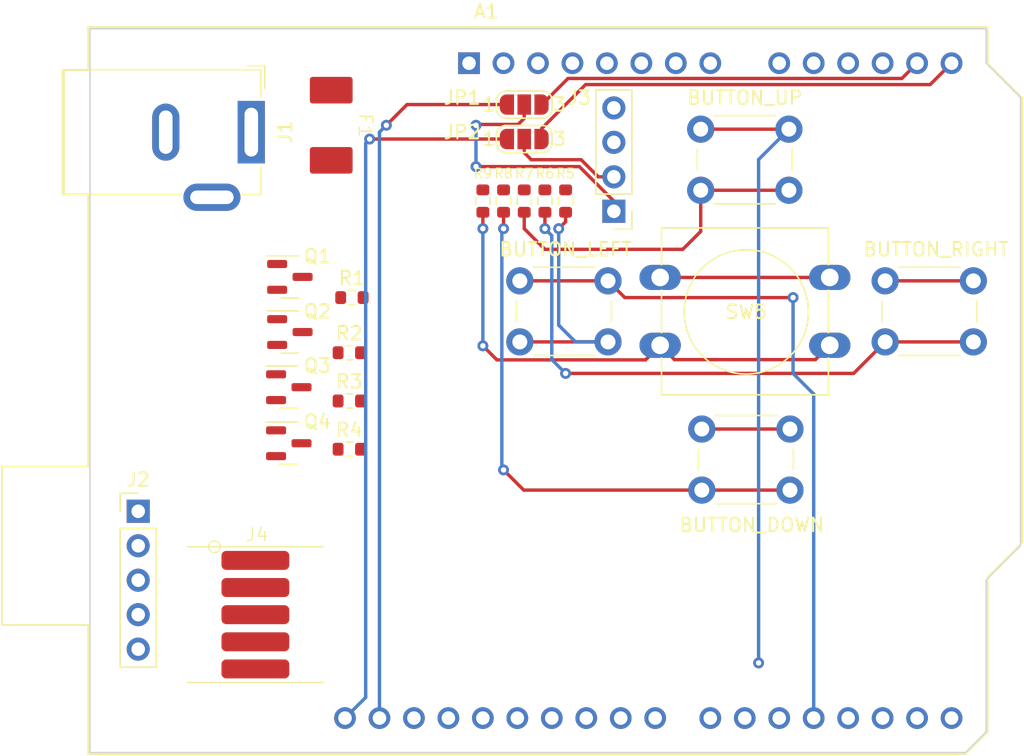
<source format=kicad_pcb>
(kicad_pcb (version 20221018) (generator pcbnew)
  (layers (0 "F.Cu" signal) (31 "B.Cu" signal) (34 "B.Paste" user) (35 "F.Paste" user) (36 "B.SilkS" user "B.Silkscreen") (37 "F.SilkS" user "F.Silkscreen") (38 "B.Mask" user) (39 "F.Mask" user) (44 "Edge.Cuts" user))
  (net 0 "")
  (net 5 "+5V")
  (net 6 "GND")
  (net 7 "+12V")
  (net 8 "/SDA_A4")
  (net 9 "/OUTPUT_WHITE")
  (net 12 "/SCL_A5")
  (net 13 "/D3_RED")
  (net 17 "/D5_GREEN")
  (net 18 "/OUTPUT_BLUE")
  (net 19 "/D6_BLUE")
  (net 20 "/D9_WHITE")
  (net 21 "/OUTPUT_GREEN")
  (net 22 "/OUTPUT_RED")
  (net 23 "/SDA_D14")
  (net 28 "/SCL_D15")
  (net 30 "/SDA")
  (net 31 "/SCL")
  (net 32 "Net-(F1-Pad2)")
  (net 33 "Net-(Q1-G)")
  (net 34 "Net-(Q2-G)")
  (net 35 "Net-(Q3-G)")
  (net 36 "Net-(Q4-G)")
  (net 37 "Net-(SW1A-B)")
  (net 38 "Net-(SW2A-B)")
  (net 39 "Net-(SW3A-B)")
  (net 40 "Net-(SW4A-B)")
  (net 41 "Net-(SW5A-B)")
  (net 42 "/BUTTON_LEFT")
  (net 43 "/BUTTON_RIGHT")
  (net 44 "/BUTTON_UP")
  (net 45 "/BUTTON_DOWN")
  (net 46 "/BUTTON_BIG")
  (footprint "Resistor_SMD:R_0603_1608Metric" (layer "F.Cu") (at 118.872 88.9 90)
    (fp_text reference "R5" (at 2.032 0 180) (layer "F.SilkS") (effects (font (size 0.7 0.7) (thickness 0.1))))
    (fp_text value "10k")
    (fp_line (start -0.237258 -0.5225) (end 0.237258 -0.5225) (stroke (width 0.12)) (layer "F.SilkS"))
    (fp_line (start -0.237258 0.5225) (end 0.237258 0.5225) (stroke (width 0.12)) (layer "F.SilkS"))
    (pad "1" smd roundrect (at -0.825 0 90) (size 0.8 0.95) (layers "F.Cu" "F.Paste" "F.Mask") (net 37 "Net-(SW1A-B)"))
    (pad "2" smd roundrect (at 0.825 0 90) (size 0.8 0.95) (layers "F.Cu" "F.Paste" "F.Mask") (net 6 "GND"))
  )
  (footprint "Resistor_SMD:R_0603_1608Metric" (layer "F.Cu") (at 112.776 88.9 90)
    (fp_text reference "R9" (at 2.032 0 180) (layer "F.SilkS") (effects (font (size 0.7 0.7) (thickness 0.1))))
    (fp_text value "10k")
    (fp_line (start -0.237258 -0.5225) (end 0.237258 -0.5225) (stroke (width 0.12)) (layer "F.SilkS"))
    (fp_line (start -0.237258 0.5225) (end 0.237258 0.5225) (stroke (width 0.12)) (layer "F.SilkS"))
    (pad "1" smd roundrect (at -0.825 0 90) (size 0.8 0.95) (layers "F.Cu" "F.Paste" "F.Mask") (net 41 "Net-(SW5A-B)"))
    (pad "2" smd roundrect (at 0.825 0 90) (size 0.8 0.95) (layers "F.Cu" "F.Paste" "F.Mask") (net 6 "GND"))
  )
  (footprint "Jumper:SolderJumper-3_P1.3mm_Open_RoundedPad1.0x1.5mm_NumberLabels" (layer "F.Cu") (at 115.824 81.788)
    (fp_text reference "JP1" (at -4.572 -0.508) (layer "F.SilkS"))
    (fp_text value "SolderJumper_3_Open")
    (fp_text user "3" (at 2.6 0) (layer "F.SilkS"))
    (fp_text user "1" (at -2.6 0) (layer "F.SilkS"))
    (fp_line (start -2.05 0.3) (end -2.05 -0.3) (stroke (width 0.12)) (layer "F.SilkS"))
    (fp_line (start -1.4 -1) (end 1.4 -1) (stroke (width 0.12)) (layer "F.SilkS"))
    (fp_line (start 1.4 1) (end -1.4 1) (stroke (width 0.12)) (layer "F.SilkS"))
    (fp_line (start 2.05 -0.3) (end 2.05 0.3) (stroke (width 0.12)) (layer "F.SilkS"))
    (fp_arc (start -2.05 -0.3) (mid -1.844975 -0.794975) (end -1.35 -1) (stroke (width 0.12)) (layer "F.SilkS"))
    (fp_arc (start -1.35 1) (mid -1.844975 0.794975) (end -2.05 0.3) (stroke (width 0.12)) (layer "F.SilkS"))
    (fp_arc (start 1.35 -1) (mid 1.844975 -0.794975) (end 2.05 -0.3) (stroke (width 0.12)) (layer "F.SilkS"))
    (fp_arc (start 2.05 0.3) (mid 1.844975 0.794975) (end 1.35 1) (stroke (width 0.12)) (layer "F.SilkS"))
    (pad "1" smd custom (at -1.3 0) (size 1 0.5) (layers "F.Cu" "F.Mask") (net 23 "/SDA_D14") (options (clearance outline) (anchor rect)) (primitives (gr_circle (center 0 0.25) (end 0.5 0.25) (width 0) (fill yes)) (gr_circle (center 0 -0.25) (end 0.5 -0.25) (width 0) (fill yes)) (gr_poly (pts (xy 0.55 0.75) (xy 0 0.75) (xy 0 -0.75) (xy 0.55 -0.75)) (width 0) (fill yes))))
    (pad "2" smd rect (at 0 0) (size 1 1.5) (layers "F.Cu" "F.Mask") (net 30 "/SDA"))
    (pad "3" smd custom (at 1.3 0) (size 1 0.5) (layers "F.Cu" "F.Mask") (net 8 "/SDA_A4") (options (clearance outline) (anchor rect)) (primitives (gr_circle (center 0 0.25) (end 0.5 0.25) (width 0) (fill yes)) (gr_circle (center 0 -0.25) (end 0.5 -0.25) (width 0) (fill yes)) (gr_poly (pts (xy 0 0.75) (xy -0.55 0.75) (xy -0.55 -0.75) (xy 0 -0.75)) (width 0) (fill yes))))
  )
  (footprint "Package_TO_SOT_SMD:SOT-23" (layer "F.Cu") (at 98.552 98.552)
    (fp_text reference "Q2" (at 2.032 -1.524) (layer "F.SilkS"))
    (fp_text value "SI2312BDS-T1-GE3")
    (fp_line (start 0 -1.56) (end -1.675 -1.56) (stroke (width 0.12)) (layer "F.SilkS"))
    (fp_line (start 0 -1.56) (end 0.65 -1.56) (stroke (width 0.12)) (layer "F.SilkS"))
    (fp_line (start 0 1.56) (end -0.65 1.56) (stroke (width 0.12)) (layer "F.SilkS"))
    (fp_line (start 0 1.56) (end 0.65 1.56) (stroke (width 0.12)) (layer "F.SilkS"))
    (pad "1" smd roundrect (at -0.9375 -0.95) (size 1.475 0.6) (layers "F.Cu" "F.Paste" "F.Mask") (net 21 "/OUTPUT_GREEN"))
    (pad "2" smd roundrect (at -0.9375 0.95) (size 1.475 0.6) (layers "F.Cu" "F.Paste" "F.Mask") (net 34 "Net-(Q2-G)"))
    (pad "3" smd roundrect (at 0.9375 0) (size 1.475 0.6) (layers "F.Cu" "F.Paste" "F.Mask") (net 6 "GND"))
  )
  (footprint "Button_Switch_THT:SW_PUSH_6mm" (layer "F.Cu") (at 128.909 105.7)
    (fp_text reference "SW4" hide)
    (fp_text value "BUTTON_DOWN" (at 3.679 7.076) (layer "F.SilkS"))
    (fp_line (start -0.25 1.5) (end -0.25 3) (stroke (width 0.12)) (layer "F.SilkS"))
    (fp_line (start 1 5.5) (end 5.5 5.5) (stroke (width 0.12)) (layer "F.SilkS"))
    (fp_line (start 5.5 -1) (end 1 -1) (stroke (width 0.12)) (layer "F.SilkS"))
    (fp_line (start 6.75 3) (end 6.75 1.5) (stroke (width 0.12)) (layer "F.SilkS"))
    (pad "1" thru_hole circle (at 0 0 90) (size 2 2) (drill 1.1) (layers "*.Cu" "*.Mask") (net 45 "/BUTTON_DOWN"))
    (pad "1" thru_hole circle (at 6.5 0 90) (size 2 2) (drill 1.1) (layers "*.Cu" "*.Mask") (net 45 "/BUTTON_DOWN"))
    (pad "2" thru_hole circle (at 0 4.5 90) (size 2 2) (drill 1.1) (layers "*.Cu" "*.Mask") (net 40 "Net-(SW4A-B)"))
    (pad "2" thru_hole circle (at 6.5 4.5 90) (size 2 2) (drill 1.1) (layers "*.Cu" "*.Mask") (net 40 "Net-(SW4A-B)"))
  )
  (footprint "Resistor_SMD:R_0603_1608Metric" (layer "F.Cu") (at 102.933 103.632)
    (fp_text reference "R3" (at 0 -1.43) (layer "F.SilkS"))
    (fp_text value "1k2")
    (fp_line (start -0.237258 -0.5225) (end 0.237258 -0.5225) (stroke (width 0.12)) (layer "F.SilkS"))
    (fp_line (start -0.237258 0.5225) (end 0.237258 0.5225) (stroke (width 0.12)) (layer "F.SilkS"))
    (pad "1" smd roundrect (at -0.825 0) (size 0.8 0.95) (layers "F.Cu" "F.Paste" "F.Mask") (net 35 "Net-(Q3-G)"))
    (pad "2" smd roundrect (at 0.825 0) (size 0.8 0.95) (layers "F.Cu" "F.Paste" "F.Mask") (net 19 "/D6_BLUE"))
  )
  (footprint "Button_Switch_THT:SW_PUSH_6mm" (layer "F.Cu") (at 115.499 94.778)
    (fp_text reference "SW1" hide)
    (fp_text value "BUTTON_LEFT" (at 3.373 -2.322) (layer "F.SilkS"))
    (fp_line (start -0.25 1.5) (end -0.25 3) (stroke (width 0.12)) (layer "F.SilkS"))
    (fp_line (start 1 5.5) (end 5.5 5.5) (stroke (width 0.12)) (layer "F.SilkS"))
    (fp_line (start 5.5 -1) (end 1 -1) (stroke (width 0.12)) (layer "F.SilkS"))
    (fp_line (start 6.75 3) (end 6.75 1.5) (stroke (width 0.12)) (layer "F.SilkS"))
    (pad "1" thru_hole circle (at 0 0 90) (size 2 2) (drill 1.1) (layers "*.Cu" "*.Mask") (net 42 "/BUTTON_LEFT"))
    (pad "1" thru_hole circle (at 6.5 0 90) (size 2 2) (drill 1.1) (layers "*.Cu" "*.Mask") (net 42 "/BUTTON_LEFT"))
    (pad "2" thru_hole circle (at 0 4.5 90) (size 2 2) (drill 1.1) (layers "*.Cu" "*.Mask") (net 37 "Net-(SW1A-B)"))
    (pad "2" thru_hole circle (at 6.5 4.5 90) (size 2 2) (drill 1.1) (layers "*.Cu" "*.Mask") (net 37 "Net-(SW1A-B)"))
  )
  (footprint "_Library:451-453_Series_Fuse" (layer "F.Cu") (at 101.6 83.312 -90)
    (fp_text reference "F1" (at 0.01 -2.52 -90 unlocked) (layer "F.SilkS") (effects (font (thickness 0.1))))
    (fp_text value "10A")
    (pad "1" smd roundrect (at -2.585 0 270) (size 1.96 3.15) (layers "F.Cu" "F.Paste" "F.Mask") (roundrect_rratio 0.1020408163) (net 7 "+12V"))
    (pad "2" smd roundrect (at 2.585 0 270) (size 1.96 3.15) (layers "F.Cu" "F.Paste" "F.Mask") (roundrect_rratio 0.1020408163) (net 32 "Net-(F1-Pad2)"))
  )
  (footprint "Button_Switch_THT:SW_PUSH_6mm" (layer "F.Cu") (at 128.83 83.602)
    (fp_text reference "SW3" hide)
    (fp_text value "BUTTON_UP" (at 3.25 -2.322) (layer "F.SilkS"))
    (fp_line (start -0.25 1.5) (end -0.25 3) (stroke (width 0.12)) (layer "F.SilkS"))
    (fp_line (start 1 5.5) (end 5.5 5.5) (stroke (width 0.12)) (layer "F.SilkS"))
    (fp_line (start 5.5 -1) (end 1 -1) (stroke (width 0.12)) (layer "F.SilkS"))
    (fp_line (start 6.75 3) (end 6.75 1.5) (stroke (width 0.12)) (layer "F.SilkS"))
    (pad "1" thru_hole circle (at 0 0 90) (size 2 2) (drill 1.1) (layers "*.Cu" "*.Mask") (net 44 "/BUTTON_UP"))
    (pad "1" thru_hole circle (at 6.5 0 90) (size 2 2) (drill 1.1) (layers "*.Cu" "*.Mask") (net 44 "/BUTTON_UP"))
    (pad "2" thru_hole circle (at 0 4.5 90) (size 2 2) (drill 1.1) (layers "*.Cu" "*.Mask") (net 39 "Net-(SW3A-B)"))
    (pad "2" thru_hole circle (at 6.5 4.5 90) (size 2 2) (drill 1.1) (layers "*.Cu" "*.Mask") (net 39 "Net-(SW3A-B)"))
  )
  (footprint "Connector_PinHeader_2.54mm:PinHeader_1x04_P2.54mm_Vertical" (layer "F.Cu") (at 122.428 89.652 180)
    (fp_text reference "J3" (at 2.54 8.372) (layer "F.SilkS"))
    (fp_text value "Conn_01x04_Pin")
    (fp_line (start -1.33 -1.33) (end 0 -1.33) (stroke (width 0.12)) (layer "F.SilkS"))
    (fp_line (start -1.33 0) (end -1.33 -1.33) (stroke (width 0.12)) (layer "F.SilkS"))
    (fp_line (start -1.33 1.27) (end -1.33 8.95) (stroke (width 0.12)) (layer "F.SilkS"))
    (fp_line (start -1.33 1.27) (end 1.33 1.27) (stroke (width 0.12)) (layer "F.SilkS"))
    (fp_line (start -1.33 8.95) (end 1.33 8.95) (stroke (width 0.12)) (layer "F.SilkS"))
    (fp_line (start 1.33 1.27) (end 1.33 8.95) (stroke (width 0.12)) (layer "F.SilkS"))
    (pad "1" thru_hole rect (at 0 0 180) (size 1.7 1.7) (drill 1) (layers "*.Cu" "*.Mask") (net 30 "/SDA"))
    (pad "2" thru_hole oval (at 0 2.54 180) (size 1.7 1.7) (drill 1) (layers "*.Cu" "*.Mask") (net 31 "/SCL"))
    (pad "3" thru_hole oval (at 0 5.08 180) (size 1.7 1.7) (drill 1) (layers "*.Cu" "*.Mask") (net 5 "+5V"))
    (pad "4" thru_hole oval (at 0 7.62 180) (size 1.7 1.7) (drill 1) (layers "*.Cu" "*.Mask") (net 6 "GND"))
  )
  (footprint "Resistor_SMD:R_0603_1608Metric" (layer "F.Cu") (at 114.3 88.9 90)
    (fp_text reference "R8" (at 2.032 0 180) (layer "F.SilkS") (effects (font (size 0.7 0.7) (thickness 0.1))))
    (fp_text value "10k")
    (fp_line (start -0.237258 -0.5225) (end 0.237258 -0.5225) (stroke (width 0.12)) (layer "F.SilkS"))
    (fp_line (start -0.237258 0.5225) (end 0.237258 0.5225) (stroke (width 0.12)) (layer "F.SilkS"))
    (pad "1" smd roundrect (at -0.825 0 90) (size 0.8 0.95) (layers "F.Cu" "F.Paste" "F.Mask") (net 40 "Net-(SW4A-B)"))
    (pad "2" smd roundrect (at 0.825 0 90) (size 0.8 0.95) (layers "F.Cu" "F.Paste" "F.Mask") (net 6 "GND"))
  )
  (footprint "Button_Switch_THT:SW_PUSH-12mm" (layer "F.Cu") (at 125.84 94.528)
    (fp_text reference "SW5" (at 6.35 2.54) (layer "F.SilkS"))
    (fp_text value "BUTTON_BIG")
    (fp_line (start 0.1 -3.65) (end 12.4 -3.65) (stroke (width 0.12)) (layer "F.SilkS"))
    (fp_line (start 0.1 -0.93) (end 0.1 -3.65) (stroke (width 0.12)) (layer "F.SilkS"))
    (fp_line (start 0.1 4.07) (end 0.1 0.93) (stroke (width 0.12)) (layer "F.SilkS"))
    (fp_line (start 0.1 8.65) (end 0.1 5.93) (stroke (width 0.12)) (layer "F.SilkS"))
    (fp_line (start 12.4 -3.65) (end 12.4 -0.93) (stroke (width 0.12)) (layer "F.SilkS"))
    (fp_line (start 12.4 0.93) (end 12.4 4.07) (stroke (width 0.12)) (layer "F.SilkS"))
    (fp_line (start 12.4 5.93) (end 12.4 8.65) (stroke (width 0.12)) (layer "F.SilkS"))
    (fp_line (start 12.4 8.65) (end 0.1 8.65) (stroke (width 0.12)) (layer "F.SilkS"))
    (fp_circle (center 6.35 2.54) (end 10.16 5.08) (stroke (width 0.12)) (fill none) (layer "F.SilkS"))
    (pad "1" thru_hole oval (at 0 0) (size 3.048 1.85) (drill 1.3) (layers "*.Cu" "*.Mask") (net 46 "/BUTTON_BIG"))
    (pad "1" thru_hole oval (at 12.5 0) (size 3.048 1.85) (drill 1.3) (layers "*.Cu" "*.Mask") (net 46 "/BUTTON_BIG"))
    (pad "2" thru_hole oval (at 0 5) (size 3.048 1.85) (drill 1.3) (layers "*.Cu" "*.Mask") (net 41 "Net-(SW5A-B)"))
    (pad "2" thru_hole oval (at 12.5 5) (size 3.048 1.85) (drill 1.3) (layers "*.Cu" "*.Mask") (net 41 "Net-(SW5A-B)"))
  )
  (footprint "Button_Switch_THT:SW_PUSH_6mm" (layer "F.Cu") (at 142.423 94.778)
    (fp_text reference "SW2" hide)
    (fp_text value "BUTTON_RIGHT" (at 3.75 -2.322) (layer "F.SilkS"))
    (fp_line (start -0.25 1.5) (end -0.25 3) (stroke (width 0.12)) (layer "F.SilkS"))
    (fp_line (start 1 5.5) (end 5.5 5.5) (stroke (width 0.12)) (layer "F.SilkS"))
    (fp_line (start 5.5 -1) (end 1 -1) (stroke (width 0.12)) (layer "F.SilkS"))
    (fp_line (start 6.75 3) (end 6.75 1.5) (stroke (width 0.12)) (layer "F.SilkS"))
    (pad "1" thru_hole circle (at 0 0 90) (size 2 2) (drill 1.1) (layers "*.Cu" "*.Mask") (net 43 "/BUTTON_RIGHT"))
    (pad "1" thru_hole circle (at 6.5 0 90) (size 2 2) (drill 1.1) (layers "*.Cu" "*.Mask") (net 43 "/BUTTON_RIGHT"))
    (pad "2" thru_hole circle (at 0 4.5 90) (size 2 2) (drill 1.1) (layers "*.Cu" "*.Mask") (net 38 "Net-(SW2A-B)"))
    (pad "2" thru_hole circle (at 6.5 4.5 90) (size 2 2) (drill 1.1) (layers "*.Cu" "*.Mask") (net 38 "Net-(SW2A-B)"))
  )
  (footprint "Jumper:SolderJumper-3_P1.3mm_Open_RoundedPad1.0x1.5mm_NumberLabels" (layer "F.Cu") (at 115.824 84.328)
    (fp_text reference "JP2" (at -4.572 -0.508) (layer "F.SilkS"))
    (fp_text value "SolderJumper_3_Open")
    (fp_text user "1" (at -2.6 0) (layer "F.SilkS"))
    (fp_text user "3" (at 2.6 0) (layer "F.SilkS"))
    (fp_line (start -2.05 0.3) (end -2.05 -0.3) (stroke (width 0.12)) (layer "F.SilkS"))
    (fp_line (start -1.4 -1) (end 1.4 -1) (stroke (width 0.12)) (layer "F.SilkS"))
    (fp_line (start 1.4 1) (end -1.4 1) (stroke (width 0.12)) (layer "F.SilkS"))
    (fp_line (start 2.05 -0.3) (end 2.05 0.3) (stroke (width 0.12)) (layer "F.SilkS"))
    (fp_arc (start -2.05 -0.3) (mid -1.844975 -0.794975) (end -1.35 -1) (stroke (width 0.12)) (layer "F.SilkS"))
    (fp_arc (start -1.35 1) (mid -1.844975 0.794975) (end -2.05 0.3) (stroke (width 0.12)) (layer "F.SilkS"))
    (fp_arc (start 1.35 -1) (mid 1.844975 -0.794975) (end 2.05 -0.3) (stroke (width 0.12)) (layer "F.SilkS"))
    (fp_arc (start 2.05 0.3) (mid 1.844975 0.794975) (end 1.35 1) (stroke (width 0.12)) (layer "F.SilkS"))
    (pad "1" smd custom (at -1.3 0) (size 1 0.5) (layers "F.Cu" "F.Mask") (net 28 "/SCL_D15") (options (clearance outline) (anchor rect)) (primitives (gr_circle (center 0 0.25) (end 0.5 0.25) (width 0) (fill yes)) (gr_circle (center 0 -0.25) (end 0.5 -0.25) (width 0) (fill yes)) (gr_poly (pts (xy 0.55 0.75) (xy 0 0.75) (xy 0 -0.75) (xy 0.55 -0.75)) (width 0) (fill yes))))
    (pad "2" smd rect (at 0 0) (size 1 1.5) (layers "F.Cu" "F.Mask") (net 31 "/SCL"))
    (pad "3" smd custom (at 1.3 0) (size 1 0.5) (layers "F.Cu" "F.Mask") (net 12 "/SCL_A5") (options (clearance outline) (anchor rect)) (primitives (gr_circle (center 0 0.25) (end 0.5 0.25) (width 0) (fill yes)) (gr_circle (center 0 -0.25) (end 0.5 -0.25) (width 0) (fill yes)) (gr_poly (pts (xy 0 0.75) (xy -0.55 0.75) (xy -0.55 -0.75) (xy 0 -0.75)) (width 0) (fill yes))))
  )
  (footprint "Module:Arduino_UNO_R3" (layer "F.Cu") (at 111.756 78.74)
    (fp_text reference "A1" (at 1.27 -3.81 180) (layer "F.SilkS"))
    (fp_text value "Arduino_UNO_R3")
    (fp_line (start -34.42 29.72) (end -34.42 41.4) (stroke (width 0.12)) (layer "F.SilkS"))
    (fp_line (start -34.42 41.4) (end -28.07 41.4) (stroke (width 0.12)) (layer "F.SilkS"))
    (fp_line (start -29.97 0.51) (end -29.97 9.65) (stroke (width 0.12)) (layer "F.SilkS"))
    (fp_line (start -29.97 9.65) (end -28.07 9.65) (stroke (width 0.12)) (layer "F.SilkS"))
    (fp_line (start -28.07 -2.67) (end -28.07 0.51) (stroke (width 0.12)) (layer "F.SilkS"))
    (fp_line (start -28.07 0.51) (end -29.97 0.51) (stroke (width 0.12)) (layer "F.SilkS"))
    (fp_line (start -28.07 9.65) (end -28.07 29.72) (stroke (width 0.12)) (layer "F.SilkS"))
    (fp_line (start -28.07 29.72) (end -34.42 29.72) (stroke (width 0.12)) (layer "F.SilkS"))
    (fp_line (start -28.07 41.4) (end -28.07 50.93) (stroke (width 0.12)) (layer "F.SilkS"))
    (fp_line (start -28.07 50.93) (end 36.58 50.93) (stroke (width 0.12)) (layer "F.SilkS"))
    (fp_line (start 36.58 50.93) (end 38.23 49.28) (stroke (width 0.12)) (layer "F.SilkS"))
    (fp_line (start 38.23 -2.67) (end -28.07 -2.67) (stroke (width 0.12)) (layer "F.SilkS"))
    (fp_line (start 38.23 0) (end 38.23 -2.67) (stroke (width 0.12)) (layer "F.SilkS"))
    (fp_line (start 38.23 37.85) (end 40.77 35.31) (stroke (width 0.12)) (layer "F.SilkS"))
    (fp_line (start 38.23 49.28) (end 38.23 37.85) (stroke (width 0.12)) (layer "F.SilkS"))
    (fp_line (start 40.77 2.54) (end 38.23 0) (stroke (width 0.12)) (layer "F.SilkS"))
    (fp_line (start 40.77 35.31) (end 40.77 2.54) (stroke (width 0.12)) (layer "F.SilkS"))
    (pad "1" thru_hole rect (at 0 0 90) (size 1.6 1.6) (drill 1) (layers "*.Cu" "*.Mask"))
    (pad "2" thru_hole oval (at 2.54 0 90) (size 1.6 1.6) (drill 1) (layers "*.Cu" "*.Mask"))
    (pad "3" thru_hole oval (at 5.08 0 90) (size 1.6 1.6) (drill 1) (layers "*.Cu" "*.Mask"))
    (pad "4" thru_hole oval (at 7.62 0 90) (size 1.6 1.6) (drill 1) (layers "*.Cu" "*.Mask"))
    (pad "5" thru_hole oval (at 10.16 0 90) (size 1.6 1.6) (drill 1) (layers "*.Cu" "*.Mask") (net 5 "+5V"))
    (pad "6" thru_hole oval (at 12.7 0 90) (size 1.6 1.6) (drill 1) (layers "*.Cu" "*.Mask") (net 6 "GND"))
    (pad "7" thru_hole oval (at 15.24 0 90) (size 1.6 1.6) (drill 1) (layers "*.Cu" "*.Mask") (net 6 "GND"))
    (pad "8" thru_hole oval (at 17.78 0 90) (size 1.6 1.6) (drill 1) (layers "*.Cu" "*.Mask") (net 7 "+12V"))
    (pad "9" thru_hole oval (at 22.86 0 90) (size 1.6 1.6) (drill 1) (layers "*.Cu" "*.Mask") (net 45 "/BUTTON_DOWN"))
    (pad "10" thru_hole oval (at 25.4 0 90) (size 1.6 1.6) (drill 1) (layers "*.Cu" "*.Mask") (net 46 "/BUTTON_BIG"))
    (pad "11" thru_hole oval (at 27.94 0 90) (size 1.6 1.6) (drill 1) (layers "*.Cu" "*.Mask"))
    (pad "12" thru_hole oval (at 30.48 0 90) (size 1.6 1.6) (drill 1) (layers "*.Cu" "*.Mask"))
    (pad "13" thru_hole oval (at 33.02 0 90) (size 1.6 1.6) (drill 1) (layers "*.Cu" "*.Mask") (net 8 "/SDA_A4"))
    (pad "14" thru_hole oval (at 35.56 0 90) (size 1.6 1.6) (drill 1) (layers "*.Cu" "*.Mask") (net 12 "/SCL_A5"))
    (pad "15" thru_hole oval (at 35.56 48.26 90) (size 1.6 1.6) (drill 1) (layers "*.Cu" "*.Mask"))
    (pad "16" thru_hole oval (at 33.02 48.26 90) (size 1.6 1.6) (drill 1) (layers "*.Cu" "*.Mask"))
    (pad "17" thru_hole oval (at 30.48 48.26 90) (size 1.6 1.6) (drill 1) (layers "*.Cu" "*.Mask"))
    (pad "18" thru_hole oval (at 27.94 48.26 90) (size 1.6 1.6) (drill 1) (layers "*.Cu" "*.Mask") (net 13 "/D3_RED"))
    (pad "19" thru_hole oval (at 25.4 48.26 90) (size 1.6 1.6) (drill 1) (layers "*.Cu" "*.Mask") (net 42 "/BUTTON_LEFT"))
    (pad "20" thru_hole oval (at 22.86 48.26 90) (size 1.6 1.6) (drill 1) (layers "*.Cu" "*.Mask") (net 17 "/D5_GREEN"))
    (pad "21" thru_hole oval (at 20.32 48.26 90) (size 1.6 1.6) (drill 1) (layers "*.Cu" "*.Mask") (net 19 "/D6_BLUE"))
    (pad "22" thru_hole oval (at 17.78 48.26 90) (size 1.6 1.6) (drill 1) (layers "*.Cu" "*.Mask") (net 43 "/BUTTON_RIGHT"))
    (pad "23" thru_hole oval (at 13.72 48.26 90) (size 1.6 1.6) (drill 1) (layers "*.Cu" "*.Mask") (net 44 "/BUTTON_UP"))
    (pad "24" thru_hole oval (at 11.18 48.26 90) (size 1.6 1.6) (drill 1) (layers "*.Cu" "*.Mask") (net 20 "/D9_WHITE"))
    (pad "25" thru_hole oval (at 8.64 48.26 90) (size 1.6 1.6) (drill 1) (layers "*.Cu" "*.Mask"))
    (pad "26" thru_hole oval (at 6.1 48.26 90) (size 1.6 1.6) (drill 1) (layers "*.Cu" "*.Mask"))
    (pad "27" thru_hole oval (at 3.56 48.26 90) (size 1.6 1.6) (drill 1) (layers "*.Cu" "*.Mask"))
    (pad "28" thru_hole oval (at 1.02 48.26 90) (size 1.6 1.6) (drill 1) (layers "*.Cu" "*.Mask"))
    (pad "29" thru_hole oval (at -1.52 48.26 90) (size 1.6 1.6) (drill 1) (layers "*.Cu" "*.Mask") (net 6 "GND"))
    (pad "30" thru_hole oval (at -4.06 48.26 90) (size 1.6 1.6) (drill 1) (layers "*.Cu" "*.Mask"))
    (pad "31" thru_hole oval (at -6.6 48.26 90) (size 1.6 1.6) (drill 1) (layers "*.Cu" "*.Mask") (net 23 "/SDA_D14"))
    (pad "32" thru_hole oval (at -9.14 48.26 90) (size 1.6 1.6) (drill 1) (layers "*.Cu" "*.Mask") (net 28 "/SCL_D15"))
  )
  (footprint "Resistor_SMD:R_0603_1608Metric" (layer "F.Cu") (at 102.933 100.076)
    (fp_text reference "R2" (at 0 -1.43) (layer "F.SilkS"))
    (fp_text value "1k2")
    (fp_line (start -0.237258 -0.5225) (end 0.237258 -0.5225) (stroke (width 0.12)) (layer "F.SilkS"))
    (fp_line (start -0.237258 0.5225) (end 0.237258 0.5225) (stroke (width 0.12)) (layer "F.SilkS"))
    (pad "1" smd roundrect (at -0.825 0) (size 0.8 0.95) (layers "F.Cu" "F.Paste" "F.Mask") (net 34 "Net-(Q2-G)"))
    (pad "2" smd roundrect (at 0.825 0) (size 0.8 0.95) (layers "F.Cu" "F.Paste" "F.Mask") (net 17 "/D5_GREEN"))
  )
  (footprint "Connector_PinHeader_2.54mm:PinHeader_1x05_P2.54mm_Vertical" (layer "F.Cu") (at 87.376 111.76)
    (fp_text reference "J2" (at 0 -2.33) (layer "F.SilkS"))
    (fp_text value "Conn_01x05_Pin")
    (fp_line (start -1.33 -1.33) (end 0 -1.33) (stroke (width 0.12)) (layer "F.SilkS"))
    (fp_line (start -1.33 0) (end -1.33 -1.33) (stroke (width 0.12)) (layer "F.SilkS"))
    (fp_line (start -1.33 1.27) (end -1.33 11.49) (stroke (width 0.12)) (layer "F.SilkS"))
    (fp_line (start -1.33 1.27) (end 1.33 1.27) (stroke (width 0.12)) (layer "F.SilkS"))
    (fp_line (start -1.33 11.49) (end 1.33 11.49) (stroke (width 0.12)) (layer "F.SilkS"))
    (fp_line (start 1.33 1.27) (end 1.33 11.49) (stroke (width 0.12)) (layer "F.SilkS"))
    (pad "1" thru_hole rect (at 0 0) (size 1.7 1.7) (drill 1) (layers "*.Cu" "*.Mask") (net 9 "/OUTPUT_WHITE"))
    (pad "2" thru_hole oval (at 0 2.54) (size 1.7 1.7) (drill 1) (layers "*.Cu" "*.Mask") (net 18 "/OUTPUT_BLUE"))
    (pad "3" thru_hole oval (at 0 5.08) (size 1.7 1.7) (drill 1) (layers "*.Cu" "*.Mask") (net 21 "/OUTPUT_GREEN"))
    (pad "4" thru_hole oval (at 0 7.62) (size 1.7 1.7) (drill 1) (layers "*.Cu" "*.Mask") (net 22 "/OUTPUT_RED"))
    (pad "5" thru_hole oval (at 0 10.16) (size 1.7 1.7) (drill 1) (layers "*.Cu" "*.Mask") (net 7 "+12V"))
  )
  (footprint "Package_TO_SOT_SMD:SOT-23" (layer "F.Cu") (at 98.4735 106.746)
    (fp_text reference "Q4" (at 2.1105 -1.59) (layer "F.SilkS"))
    (fp_text value "SI2312BDS-T1-GE3")
    (fp_line (start 0 -1.56) (end -1.675 -1.56) (stroke (width 0.12)) (layer "F.SilkS"))
    (fp_line (start 0 -1.56) (end 0.65 -1.56) (stroke (width 0.12)) (layer "F.SilkS"))
    (fp_line (start 0 1.56) (end -0.65 1.56) (stroke (width 0.12)) (layer "F.SilkS"))
    (fp_line (start 0 1.56) (end 0.65 1.56) (stroke (width 0.12)) (layer "F.SilkS"))
    (pad "1" smd roundrect (at -0.9375 -0.95) (size 1.475 0.6) (layers "F.Cu" "F.Paste" "F.Mask") (net 9 "/OUTPUT_WHITE"))
    (pad "2" smd roundrect (at -0.9375 0.95) (size 1.475 0.6) (layers "F.Cu" "F.Paste" "F.Mask") (net 36 "Net-(Q4-G)"))
    (pad "3" smd roundrect (at 0.9375 0) (size 1.475 0.6) (layers "F.Cu" "F.Paste" "F.Mask") (net 6 "GND"))
  )
  (footprint "Package_TO_SOT_SMD:SOT-23" (layer "F.Cu") (at 98.4735 102.616)
    (fp_text reference "Q3" (at 2.1105 -1.59) (layer "F.SilkS"))
    (fp_text value "SI2312BDS-T1-GE3")
    (fp_line (start 0 -1.56) (end -1.675 -1.56) (stroke (width 0.12)) (layer "F.SilkS"))
    (fp_line (start 0 -1.56) (end 0.65 -1.56) (stroke (width 0.12)) (layer "F.SilkS"))
    (fp_line (start 0 1.56) (end -0.65 1.56) (stroke (width 0.12)) (layer "F.SilkS"))
    (fp_line (start 0 1.56) (end 0.65 1.56) (stroke (width 0.12)) (layer "F.SilkS"))
    (pad "1" smd roundrect (at -0.9375 -0.95) (size 1.475 0.6) (layers "F.Cu" "F.Paste" "F.Mask") (net 18 "/OUTPUT_BLUE"))
    (pad "2" smd roundrect (at -0.9375 0.95) (size 1.475 0.6) (layers "F.Cu" "F.Paste" "F.Mask") (net 35 "Net-(Q3-G)"))
    (pad "3" smd roundrect (at 0.9375 0) (size 1.475 0.6) (layers "F.Cu" "F.Paste" "F.Mask") (net 6 "GND"))
  )
  (footprint "Resistor_SMD:R_0603_1608Metric" (layer "F.Cu") (at 102.933 107.188)
    (fp_text reference "R4" (at 0 -1.43) (layer "F.SilkS"))
    (fp_text value "1k2")
    (fp_line (start -0.237258 -0.5225) (end 0.237258 -0.5225) (stroke (width 0.12)) (layer "F.SilkS"))
    (fp_line (start -0.237258 0.5225) (end 0.237258 0.5225) (stroke (width 0.12)) (layer "F.SilkS"))
    (pad "1" smd roundrect (at -0.825 0) (size 0.8 0.95) (layers "F.Cu" "F.Paste" "F.Mask") (net 36 "Net-(Q4-G)"))
    (pad "2" smd roundrect (at 0.825 0) (size 0.8 0.95) (layers "F.Cu" "F.Paste" "F.Mask") (net 20 "/D9_WHITE"))
  )
  (footprint "Resistor_SMD:R_0603_1608Metric" (layer "F.Cu") (at 117.348 88.9 90)
    (fp_text reference "R6" (at 2.032 0 180) (layer "F.SilkS") (effects (font (size 0.7 0.7) (thickness 0.1))))
    (fp_text value "10k")
    (fp_line (start -0.237258 -0.5225) (end 0.237258 -0.5225) (stroke (width 0.12)) (layer "F.SilkS"))
    (fp_line (start -0.237258 0.5225) (end 0.237258 0.5225) (stroke (width 0.12)) (layer "F.SilkS"))
    (pad "1" smd roundrect (at -0.825 0 90) (size 0.8 0.95) (layers "F.Cu" "F.Paste" "F.Mask") (net 38 "Net-(SW2A-B)"))
    (pad "2" smd roundrect (at 0.825 0 90) (size 0.8 0.95) (layers "F.Cu" "F.Paste" "F.Mask") (net 6 "GND"))
  )
  (footprint "Package_TO_SOT_SMD:SOT-23" (layer "F.Cu") (at 98.552 94.488)
    (fp_text reference "Q1" (at 2.032 -1.524) (layer "F.SilkS"))
    (fp_text value "SI2312BDS-T1-GE3")
    (fp_line (start 0 -1.56) (end -1.675 -1.56) (stroke (width 0.12)) (layer "F.SilkS"))
    (fp_line (start 0 -1.56) (end 0.65 -1.56) (stroke (width 0.12)) (layer "F.SilkS"))
    (fp_line (start 0 1.56) (end -0.65 1.56) (stroke (width 0.12)) (layer "F.SilkS"))
    (fp_line (start 0 1.56) (end 0.65 1.56) (stroke (width 0.12)) (layer "F.SilkS"))
    (pad "1" smd roundrect (at -0.9375 -0.95) (size 1.475 0.6) (layers "F.Cu" "F.Paste" "F.Mask") (net 22 "/OUTPUT_RED"))
    (pad "2" smd roundrect (at -0.9375 0.95) (size 1.475 0.6) (layers "F.Cu" "F.Paste" "F.Mask") (net 33 "Net-(Q1-G)"))
    (pad "3" smd roundrect (at 0.9375 0) (size 1.475 0.6) (layers "F.Cu" "F.Paste" "F.Mask") (net 6 "GND"))
  )
  (footprint "Resistor_SMD:R_0603_1608Metric" (layer "F.Cu") (at 115.824 88.9 90)
    (fp_text reference "R7" (at 2.032 0 180) (layer "F.SilkS") (effects (font (size 0.7 0.7) (thickness 0.1))))
    (fp_text value "10k")
    (fp_line (start -0.237258 -0.5225) (end 0.237258 -0.5225) (stroke (width 0.12)) (layer "F.SilkS"))
    (fp_line (start -0.237258 0.5225) (end 0.237258 0.5225) (stroke (width 0.12)) (layer "F.SilkS"))
    (pad "1" smd roundrect (at -0.825 0 90) (size 0.8 0.95) (layers "F.Cu" "F.Paste" "F.Mask") (net 39 "Net-(SW3A-B)"))
    (pad "2" smd roundrect (at 0.825 0 90) (size 0.8 0.95) (layers "F.Cu" "F.Paste" "F.Mask") (net 6 "GND"))
  )
  (footprint "Resistor_SMD:R_0603_1608Metric" (layer "F.Cu") (at 103.124 96.012)
    (fp_text reference "R1" (at 0 -1.43) (layer "F.SilkS"))
    (fp_text value "1k2")
    (fp_line (start -0.237258 -0.5225) (end 0.237258 -0.5225) (stroke (width 0.12)) (layer "F.SilkS"))
    (fp_line (start -0.237258 0.5225) (end 0.237258 0.5225) (stroke (width 0.12)) (layer "F.SilkS"))
    (pad "1" smd roundrect (at -0.825 0) (size 0.8 0.95) (layers "F.Cu" "F.Paste" "F.Mask") (net 33 "Net-(Q1-G)"))
    (pad "2" smd roundrect (at 0.825 0) (size 0.8 0.95) (layers "F.Cu" "F.Paste" "F.Mask") (net 13 "/D3_RED"))
  )
  (footprint "Connector_BarrelJack:BarrelJack_GCT_DCJ200-10-A_Horizontal" (layer "F.Cu") (at 95.708 83.82 -90)
    (fp_text reference "J1" (at 0 -2.5 90) (layer "F.SilkS"))
    (fp_text value "Barrel_Jack_Switch")
    (fp_line (start -4.9 -1) (end -4.9 0.3) (stroke (width 0.12)) (layer "F.SilkS"))
    (fp_line (start -4.6 -0.7) (end -2.6 -0.7) (stroke (width 0.12)) (layer "F.SilkS"))
    (fp_line (start -4.6 13.8) (end -4.6 -0.7) (stroke (width 0.12)) (layer "F.SilkS"))
    (fp_line (start -3.2 -1) (end -4.9 -1) (stroke (width 0.12)) (layer "F.SilkS"))
    (fp_line (start 2.6 -0.7) (end 4.6 -0.7) (stroke (width 0.12)) (layer "F.SilkS"))
    (fp_line (start 4.6 -0.7) (end 4.6 0.6) (stroke (width 0.12)) (layer "F.SilkS"))
    (fp_line (start 4.6 5.2) (end 4.6 13.8) (stroke (width 0.12)) (layer "F.SilkS"))
    (fp_line (start 4.6 13.8) (end -4.6 13.8) (stroke (width 0.12)) (layer "F.SilkS"))
    (pad "1" thru_hole rect (at 0 0 270) (size 4.6 2) (drill oval 3.6 1) (layers "*.Cu" "*.Mask") (net 32 "Net-(F1-Pad2)"))
    (pad "2" thru_hole oval (at 0 6.3 270) (size 4.2 2) (drill oval 3.2 1) (layers "*.Cu" "*.Mask") (net 6 "GND"))
    (pad "3" thru_hole oval (at 4.8 2.9 270) (size 2 4.2) (drill oval 1 3.2) (layers "*.Cu" "*.Mask") (net 6 "GND"))
  )
  (footprint "_Library:RGBW_Stripe_PCB_Solder_Connector" (layer "F.Cu") (at 96.012 119.38)
    (fp_text reference "J4" (at 0.12 -5.91 unlocked) (layer "F.SilkS") (effects (font (thickness 0.1))))
    (fp_text value "Conn_01x05_Pin")
    (fp_line (start -5 -5) (end 5 -5) (stroke (width 0.1)) (layer "F.SilkS"))
    (fp_line (start -5 5) (end 5 5) (stroke (width 0.1)) (layer "F.SilkS"))
    (fp_circle (center -3.02 -5.001856) (end -2.73 -4.681856) (stroke (width 0.1)) (fill none) (layer "F.SilkS"))
    (pad "1" smd roundrect (at 0 -4) (size 5 1.4) (layers "F.Cu" "F.Paste" "F.Mask") (net 9 "/OUTPUT_WHITE"))
    (pad "2" smd roundrect (at 0 -2) (size 5 1.4) (layers "F.Cu" "F.Paste" "F.Mask") (net 18 "/OUTPUT_BLUE"))
    (pad "3" smd roundrect (at 0 0) (size 5 1.4) (layers "F.Cu" "F.Paste" "F.Mask") (net 21 "/OUTPUT_GREEN"))
    (pad "4" smd roundrect (at 0 2) (size 5 1.4) (layers "F.Cu" "F.Paste" "F.Mask") (net 22 "/OUTPUT_RED"))
    (pad "5" smd roundrect (at 0 4) (size 5 1.4) (layers "F.Cu" "F.Paste" "F.Mask") (net 7 "+12V"))
  )
  (gr_line (start 149.86 128.016) (end 148.336 129.54) (stroke (width 0.1)) (layer "Edge.Cuts"))
  (gr_line (start 83.82 76.2) (end 149.86 76.2) (stroke (width 0.1)) (layer "Edge.Cuts"))
  (gr_line (start 149.86 116.84) (end 149.86 128.016) (stroke (width 0.1)) (layer "Edge.Cuts"))
  (gr_line (start 83.82 129.54) (end 83.82 76.2) (stroke (width 0.1)) (layer "Edge.Cuts"))
  (gr_line (start 149.86 76.2) (end 149.86 78.74) (stroke (width 0.1)) (layer "Edge.Cuts"))
  (gr_line (start 148.336 129.54) (end 83.82 129.54) (stroke (width 0.1)) (layer "Edge.Cuts"))
  (gr_line (start 152.4 114.3) (end 149.86 116.84) (stroke (width 0.1)) (layer "Edge.Cuts"))
  (gr_line (start 149.86 78.74) (end 152.4 81.28) (stroke (width 0.1)) (layer "Edge.Cuts"))
  (gr_line (start 152.4 81.28) (end 152.4 114.3) (stroke (width 0.1)) (layer "Edge.Cuts"))
  (segment (start 117.124 81.788) (end 119.047 79.865) (width 0.25) (layer "F.Cu") (net 8))
  (segment (start 119.047 79.865) (end 143.651 79.865) (width 0.25) (layer "F.Cu") (net 8))
  (segment (start 143.651 79.865) (end 144.776 78.74) (width 0.25) (layer "F.Cu") (net 8))
  (segment (start 145.741 80.315) (end 147.316 78.74) (width 0.25) (layer "F.Cu") (net 12))
  (segment (start 120.345 80.315) (end 145.741 80.315) (width 0.25) (layer "F.Cu") (net 12))
  (segment (start 117.124 84.328) (end 117.124 83.536) (width 0.25) (layer "F.Cu") (net 12))
  (segment (start 117.124 83.536) (end 120.345 80.315) (width 0.25) (layer "F.Cu") (net 12))
  (segment (start 107.188 81.788) (end 105.664 83.312) (width 0.25) (layer "F.Cu") (net 23))
  (segment (start 114.524 81.788) (end 107.188 81.788) (width 0.25) (layer "F.Cu") (net 23))
  (via (at 105.664 83.312) (size 0.8) (drill 0.4) (layers "F.Cu" "B.Cu") (net 23))
  (segment (start 105.664 83.312) (end 105.156 83.82) (width 0.25) (layer "B.Cu") (net 23))
  (segment (start 105.156 83.82) (end 105.156 127) (width 0.25) (layer "B.Cu") (net 23))
  (segment (start 114.524 84.328) (end 104.4315 84.328) (width 0.25) (layer "F.Cu") (net 28))
  (via (at 104.4315 84.328) (size 0.8) (drill 0.4) (layers "F.Cu" "B.Cu") (net 28))
  (segment (start 104.4315 84.328) (end 104.14 84.6195) (width 0.25) (layer "B.Cu") (net 28))
  (segment (start 104.14 84.6195) (end 104.14 125.476) (width 0.25) (layer "B.Cu") (net 28))
  (segment (start 104.14 125.476) (end 102.616 127) (width 0.25) (layer "B.Cu") (net 28))
  (segment (start 112.327 83.253) (end 112.268 83.312) (width 0.25) (layer "F.Cu") (net 30))
  (segment (start 122.428 88.9) (end 122.428 89.652) (width 0.25) (layer "F.Cu") (net 30))
  (segment (start 115.375 83.253) (end 112.327 83.253) (width 0.25) (layer "F.Cu") (net 30))
  (segment (start 119.888 86.36) (end 122.428 88.9) (width 0.25) (layer "F.Cu") (net 30))
  (segment (start 115.824 82.804) (end 115.375 83.253) (width 0.25) (layer "F.Cu") (net 30))
  (segment (start 115.824 81.788) (end 115.824 82.804) (width 0.25) (layer "F.Cu") (net 30))
  (segment (start 112.268 86.36) (end 119.888 86.36) (width 0.25) (layer "F.Cu") (net 30))
  (via (at 112.268 86.36) (size 0.8) (drill 0.4) (layers "F.Cu" "B.Cu") (net 30))
  (via (at 112.268 83.312) (size 0.8) (drill 0.4) (layers "F.Cu" "B.Cu") (net 30))
  (segment (start 112.268 83.312) (end 112.268 86.36) (width 0.25) (layer "B.Cu") (net 30))
  (segment (start 120.016396 85.852) (end 121.276396 87.112) (width 0.25) (layer "F.Cu") (net 31))
  (segment (start 115.824 85.328) (end 116.348 85.852) (width 0.25) (layer "F.Cu") (net 31))
  (segment (start 116.348 85.852) (end 120.016396 85.852) (width 0.25) (layer "F.Cu") (net 31))
  (segment (start 115.824 84.328) (end 115.824 85.328) (width 0.25) (layer "F.Cu") (net 31))
  (segment (start 121.276396 87.112) (end 122.428 87.112) (width 0.25) (layer "F.Cu") (net 31))
  (segment (start 121.999 99.278) (end 115.499 99.278) (width 0.25) (layer "F.Cu") (net 37))
  (segment (start 118.364 90.932) (end 118.872 90.424) (width 0.25) (layer "F.Cu") (net 37))
  (segment (start 118.872 90.424) (end 118.872 89.725) (width 0.25) (layer "F.Cu") (net 37))
  (via (at 118.364 90.932) (size 0.8) (drill 0.4) (layers "F.Cu" "B.Cu") (net 37))
  (segment (start 118.364 90.932) (end 118.364 98.044) (width 0.25) (layer "B.Cu") (net 37))
  (segment (start 119.598 99.278) (end 121.999 99.278) (width 0.25) (layer "B.Cu") (net 37))
  (segment (start 118.364 98.044) (end 119.598 99.278) (width 0.25) (layer "B.Cu") (net 37))
  (segment (start 148.923 99.278) (end 142.423 99.278) (width 0.25) (layer "F.Cu") (net 38))
  (segment (start 118.872 101.6) (end 140.101 101.6) (width 0.25) (layer "F.Cu") (net 38))
  (segment (start 140.101 101.6) (end 142.423 99.278) (width 0.25) (layer "F.Cu") (net 38))
  (segment (start 117.348 90.932) (end 117.348 89.725) (width 0.25) (layer "F.Cu") (net 38))
  (via (at 118.872 101.6) (size 0.8) (drill 0.4) (layers "F.Cu" "B.Cu") (net 38))
  (via (at 117.348 90.932) (size 0.8) (drill 0.4) (layers "F.Cu" "B.Cu") (net 38))
  (segment (start 118.872 101.6) (end 117.856 100.584) (width 0.25) (layer "B.Cu") (net 38))
  (segment (start 117.639 91.223) (end 117.348 90.932) (width 0.25) (layer "B.Cu") (net 38))
  (segment (start 117.856 91.449305) (end 117.639 91.232305) (width 0.25) (layer "B.Cu") (net 38))
  (segment (start 117.856 100.584) (end 117.856 91.449305) (width 0.25) (layer "B.Cu") (net 38))
  (segment (start 117.639 91.232305) (end 117.639 91.223) (width 0.25) (layer "B.Cu") (net 38))
  (segment (start 135.33 88.102) (end 128.83 88.102) (width 0.25) (layer "F.Cu") (net 39))
  (segment (start 128.83 91.134) (end 127.508 92.456) (width 0.25) (layer "F.Cu") (net 39))
  (segment (start 128.83 88.102) (end 128.83 91.134) (width 0.25) (layer "F.Cu") (net 39))
  (segment (start 117.348 92.456) (end 115.824 90.932) (width 0.25) (layer "F.Cu") (net 39))
  (segment (start 115.824 90.932) (end 115.824 89.725) (width 0.25) (layer "F.Cu") (net 39))
  (segment (start 127.508 92.456) (end 117.348 92.456) (width 0.25) (layer "F.Cu") (net 39))
  (segment (start 114.3 90.932) (end 114.3 89.725) (width 0.25) (layer "F.Cu") (net 40))
  (segment (start 115.788 110.2) (end 114.3 108.712) (width 0.25) (layer "F.Cu") (net 40))
  (segment (start 128.909 110.2) (end 135.409 110.2) (width 0.25) (layer "F.Cu") (net 40))
  (segment (start 128.909 110.2) (end 115.788 110.2) (width 0.25) (layer "F.Cu") (net 40))
  (via (at 114.3 90.932) (size 0.8) (drill 0.4) (layers "F.Cu" "B.Cu") (net 40))
  (via (at 114.3 108.712) (size 0.8) (drill 0.4) (layers "F.Cu" "B.Cu") (net 40))
  (segment (start 114.174 108.586) (end 114.174 91.058) (width 0.25) (layer "B.Cu") (net 40))
  (segment (start 114.174 91.058) (end 114.3 90.932) (width 0.25) (layer "B.Cu") (net 40))
  (segment (start 114.3 108.712) (end 114.174 108.586) (width 0.25) (layer "B.Cu") (net 40))
  (segment (start 124.765 100.603) (end 113.811 100.603) (width 0.25) (layer "F.Cu") (net 41))
  (segment (start 126.896 100.584) (end 125.84 99.528) (width 0.25) (layer "F.Cu") (net 41))
  (segment (start 137.284 100.584) (end 126.896 100.584) (width 0.25) (layer "F.Cu") (net 41))
  (segment (start 125.84 99.528) (end 124.765 100.603) (width 0.25) (layer "F.Cu") (net 41))
  (segment (start 112.776 90.932) (end 112.776 89.725) (width 0.25) (layer "F.Cu") (net 41))
  (segment (start 138.34 99.528) (end 137.284 100.584) (width 0.25) (layer "F.Cu") (net 41))
  (segment (start 113.811 100.603) (end 112.776 99.568) (width 0.25) (layer "F.Cu") (net 41))
  (via (at 112.776 90.932) (size 0.8) (drill 0.4) (layers "F.Cu" "B.Cu") (net 41))
  (via (at 112.776 99.568) (size 0.8) (drill 0.4) (layers "F.Cu" "B.Cu") (net 41))
  (segment (start 112.776 99.568) (end 112.776 90.932) (width 0.25) (layer "B.Cu") (net 41))
  (segment (start 115.499 94.778) (end 121.999 94.778) (width 0.25) (layer "F.Cu") (net 42))
  (segment (start 121.999 94.778) (end 123.233 96.012) (width 0.25) (layer "F.Cu") (net 42))
  (segment (start 123.233 96.012) (end 135.636 96.012) (width 0.25) (layer "F.Cu") (net 42))
  (via (at 135.636 96.012) (size 0.8) (drill 0.4) (layers "F.Cu" "B.Cu") (net 42))
  (segment (start 135.636 101.6) (end 137.16 103.124) (width 0.25) (layer "B.Cu") (net 42))
  (segment (start 135.636 96.012) (end 135.636 101.6) (width 0.25) (layer "B.Cu") (net 42))
  (segment (start 137.156 103.128) (end 137.156 127) (width 0.25) (layer "B.Cu") (net 42))
  (segment (start 137.16 103.124) (end 137.156 103.128) (width 0.25) (layer "B.Cu") (net 42))
  (segment (start 142.423 94.778) (end 148.923 94.778) (width 0.25) (layer "F.Cu") (net 43))
  (segment (start 128.83 83.602) (end 135.33 83.602) (width 0.25) (layer "F.Cu") (net 44))
  (via (at 133.096 122.936) (size 0.8) (drill 0.4) (layers "F.Cu" "B.Cu") (net 44))
  (segment (start 133.096 85.836) (end 133.096 122.936) (width 0.25) (layer "B.Cu") (net 44))
  (segment (start 135.33 83.602) (end 133.096 85.836) (width 0.25) (layer "B.Cu") (net 44))
  (segment (start 135.409 105.7) (end 128.909 105.7) (width 0.25) (layer "F.Cu") (net 45))
  (segment (start 125.84 94.528) (end 138.34 94.528) (width 0.25) (layer "F.Cu") (net 46))
)
</source>
